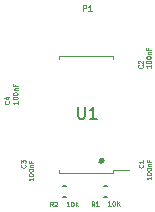
<source format=gbr>
%TF.GenerationSoftware,KiCad,Pcbnew,(5.1.8-0-10_14)*%
%TF.CreationDate,2021-08-04T22:04:29-04:00*%
%TF.ProjectId,MyTPM,4d795450-4d2e-46b6-9963-61645f706362,rev?*%
%TF.SameCoordinates,Original*%
%TF.FileFunction,Legend,Top*%
%TF.FilePolarity,Positive*%
%FSLAX46Y46*%
G04 Gerber Fmt 4.6, Leading zero omitted, Abs format (unit mm)*
G04 Created by KiCad (PCBNEW (5.1.8-0-10_14)) date 2021-08-04 22:04:29*
%MOMM*%
%LPD*%
G01*
G04 APERTURE LIST*
%ADD10C,0.120000*%
%ADD11C,0.500000*%
%ADD12C,0.127000*%
%ADD13C,0.098425*%
%ADD14C,0.125000*%
%ADD15C,0.150000*%
G04 APERTURE END LIST*
D10*
%TO.C,U1*%
X153000580Y-82165160D02*
X154290580Y-82165160D01*
X153000580Y-82440160D02*
X153000580Y-82165160D01*
X150690580Y-82440160D02*
X153000580Y-82440160D01*
X148380580Y-82440160D02*
X148380580Y-82165160D01*
X150690580Y-82440160D02*
X148380580Y-82440160D01*
X153000580Y-72520160D02*
X153000580Y-72795160D01*
X150690580Y-72520160D02*
X153000580Y-72520160D01*
X148380580Y-72520160D02*
X148380580Y-72795160D01*
X150690580Y-72520160D02*
X148380580Y-72520160D01*
D11*
X152017149Y-81400160D02*
G75*
G03*
X152017149Y-81400160I-56569J0D01*
G01*
D12*
%TO.C,R2*%
X148746700Y-84496060D02*
X148966700Y-84496060D01*
X148746700Y-83596060D02*
X148966700Y-83596060D01*
%TO.C,R1*%
X152431260Y-83596060D02*
X152211260Y-83596060D01*
X152431260Y-84496060D02*
X152211260Y-84496060D01*
%TO.C,C4*%
D13*
X144130667Y-76377376D02*
X144149415Y-76396124D01*
X144168162Y-76452367D01*
X144168162Y-76489862D01*
X144149415Y-76546105D01*
X144111919Y-76583601D01*
X144074424Y-76602348D01*
X143999433Y-76621096D01*
X143943190Y-76621096D01*
X143868200Y-76602348D01*
X143830704Y-76583601D01*
X143793209Y-76546105D01*
X143774461Y-76489862D01*
X143774461Y-76452367D01*
X143793209Y-76396124D01*
X143811957Y-76377376D01*
X143905695Y-76039918D02*
X144168162Y-76039918D01*
X143755714Y-76133657D02*
X144036929Y-76227395D01*
X144036929Y-75983675D01*
X144879362Y-76380039D02*
X144879362Y-76605011D01*
X144879362Y-76492525D02*
X144485661Y-76492525D01*
X144541904Y-76530020D01*
X144579400Y-76567515D01*
X144598147Y-76605011D01*
X144485661Y-76136319D02*
X144485661Y-76098824D01*
X144504409Y-76061328D01*
X144523157Y-76042581D01*
X144560652Y-76023833D01*
X144635643Y-76005085D01*
X144729381Y-76005085D01*
X144804372Y-76023833D01*
X144841867Y-76042581D01*
X144860615Y-76061328D01*
X144879362Y-76098824D01*
X144879362Y-76136319D01*
X144860615Y-76173814D01*
X144841867Y-76192562D01*
X144804372Y-76211310D01*
X144729381Y-76230057D01*
X144635643Y-76230057D01*
X144560652Y-76211310D01*
X144523157Y-76192562D01*
X144504409Y-76173814D01*
X144485661Y-76136319D01*
X144485661Y-75761366D02*
X144485661Y-75723870D01*
X144504409Y-75686375D01*
X144523157Y-75667627D01*
X144560652Y-75648880D01*
X144635643Y-75630132D01*
X144729381Y-75630132D01*
X144804372Y-75648880D01*
X144841867Y-75667627D01*
X144860615Y-75686375D01*
X144879362Y-75723870D01*
X144879362Y-75761366D01*
X144860615Y-75798861D01*
X144841867Y-75817609D01*
X144804372Y-75836356D01*
X144729381Y-75855104D01*
X144635643Y-75855104D01*
X144560652Y-75836356D01*
X144523157Y-75817609D01*
X144504409Y-75798861D01*
X144485661Y-75761366D01*
X144616895Y-75461403D02*
X144879362Y-75461403D01*
X144654390Y-75461403D02*
X144635643Y-75442655D01*
X144616895Y-75405160D01*
X144616895Y-75348917D01*
X144635643Y-75311422D01*
X144673138Y-75292674D01*
X144879362Y-75292674D01*
X144673138Y-74973964D02*
X144673138Y-75105197D01*
X144879362Y-75105197D02*
X144485661Y-75105197D01*
X144485661Y-74917721D01*
%TO.C,P1*%
D14*
X150395192Y-68740150D02*
X150395192Y-68240150D01*
X150585668Y-68240150D01*
X150633287Y-68263960D01*
X150657097Y-68287769D01*
X150680906Y-68335388D01*
X150680906Y-68406817D01*
X150657097Y-68454436D01*
X150633287Y-68478245D01*
X150585668Y-68502055D01*
X150395192Y-68502055D01*
X151157097Y-68740150D02*
X150871382Y-68740150D01*
X151014240Y-68740150D02*
X151014240Y-68240150D01*
X150966620Y-68311579D01*
X150919001Y-68359198D01*
X150871382Y-68383007D01*
%TO.C,U1*%
D15*
X150012495Y-76851260D02*
X150012495Y-77660784D01*
X150060114Y-77756022D01*
X150107733Y-77803641D01*
X150202971Y-77851260D01*
X150393447Y-77851260D01*
X150488685Y-77803641D01*
X150536304Y-77756022D01*
X150583923Y-77660784D01*
X150583923Y-76851260D01*
X151583923Y-77851260D02*
X151012495Y-77851260D01*
X151298209Y-77851260D02*
X151298209Y-76851260D01*
X151202971Y-76994118D01*
X151107733Y-77089356D01*
X151012495Y-77136975D01*
%TO.C,R2*%
D13*
X147856363Y-85263022D02*
X147725129Y-85075546D01*
X147631391Y-85263022D02*
X147631391Y-84869321D01*
X147781372Y-84869321D01*
X147818867Y-84888069D01*
X147837615Y-84906817D01*
X147856363Y-84944312D01*
X147856363Y-85000555D01*
X147837615Y-85038050D01*
X147818867Y-85056798D01*
X147781372Y-85075546D01*
X147631391Y-85075546D01*
X148006344Y-84906817D02*
X148025092Y-84888069D01*
X148062587Y-84869321D01*
X148156325Y-84869321D01*
X148193821Y-84888069D01*
X148212568Y-84906817D01*
X148231316Y-84944312D01*
X148231316Y-84981807D01*
X148212568Y-85038050D01*
X147987596Y-85263022D01*
X148231316Y-85263022D01*
X149252878Y-85278262D02*
X149027906Y-85278262D01*
X149140392Y-85278262D02*
X149140392Y-84884561D01*
X149102897Y-84940804D01*
X149065402Y-84978300D01*
X149027906Y-84997047D01*
X149496598Y-84884561D02*
X149534093Y-84884561D01*
X149571589Y-84903309D01*
X149590336Y-84922057D01*
X149609084Y-84959552D01*
X149627832Y-85034543D01*
X149627832Y-85128281D01*
X149609084Y-85203272D01*
X149590336Y-85240767D01*
X149571589Y-85259515D01*
X149534093Y-85278262D01*
X149496598Y-85278262D01*
X149459103Y-85259515D01*
X149440355Y-85240767D01*
X149421607Y-85203272D01*
X149402860Y-85128281D01*
X149402860Y-85034543D01*
X149421607Y-84959552D01*
X149440355Y-84922057D01*
X149459103Y-84903309D01*
X149496598Y-84884561D01*
X149796561Y-85278262D02*
X149796561Y-84884561D01*
X150021533Y-85278262D02*
X149852804Y-85053290D01*
X150021533Y-84884561D02*
X149796561Y-85109533D01*
%TO.C,R1*%
X151369183Y-85245242D02*
X151237949Y-85057766D01*
X151144211Y-85245242D02*
X151144211Y-84851541D01*
X151294192Y-84851541D01*
X151331687Y-84870289D01*
X151350435Y-84889037D01*
X151369183Y-84926532D01*
X151369183Y-84982775D01*
X151350435Y-85020270D01*
X151331687Y-85039018D01*
X151294192Y-85057766D01*
X151144211Y-85057766D01*
X151744136Y-85245242D02*
X151519164Y-85245242D01*
X151631650Y-85245242D02*
X151631650Y-84851541D01*
X151594155Y-84907784D01*
X151556659Y-84945280D01*
X151519164Y-84964027D01*
X152750458Y-85227462D02*
X152525486Y-85227462D01*
X152637972Y-85227462D02*
X152637972Y-84833761D01*
X152600477Y-84890004D01*
X152562982Y-84927500D01*
X152525486Y-84946247D01*
X152994178Y-84833761D02*
X153031673Y-84833761D01*
X153069169Y-84852509D01*
X153087916Y-84871257D01*
X153106664Y-84908752D01*
X153125412Y-84983743D01*
X153125412Y-85077481D01*
X153106664Y-85152472D01*
X153087916Y-85189967D01*
X153069169Y-85208715D01*
X153031673Y-85227462D01*
X152994178Y-85227462D01*
X152956683Y-85208715D01*
X152937935Y-85189967D01*
X152919187Y-85152472D01*
X152900440Y-85077481D01*
X152900440Y-84983743D01*
X152919187Y-84908752D01*
X152937935Y-84871257D01*
X152956683Y-84852509D01*
X152994178Y-84833761D01*
X153294141Y-85227462D02*
X153294141Y-84833761D01*
X153519113Y-85227462D02*
X153350384Y-85002490D01*
X153519113Y-84833761D02*
X153294141Y-85058733D01*
%TO.C,C3*%
X145525127Y-81746936D02*
X145543875Y-81765684D01*
X145562622Y-81821927D01*
X145562622Y-81859422D01*
X145543875Y-81915665D01*
X145506379Y-81953161D01*
X145468884Y-81971908D01*
X145393893Y-81990656D01*
X145337650Y-81990656D01*
X145262660Y-81971908D01*
X145225164Y-81953161D01*
X145187669Y-81915665D01*
X145168921Y-81859422D01*
X145168921Y-81821927D01*
X145187669Y-81765684D01*
X145206417Y-81746936D01*
X145168921Y-81615703D02*
X145168921Y-81371983D01*
X145318903Y-81503217D01*
X145318903Y-81446974D01*
X145337650Y-81409478D01*
X145356398Y-81390731D01*
X145393893Y-81371983D01*
X145487632Y-81371983D01*
X145525127Y-81390731D01*
X145543875Y-81409478D01*
X145562622Y-81446974D01*
X145562622Y-81559460D01*
X145543875Y-81596955D01*
X145525127Y-81615703D01*
X146200162Y-82859579D02*
X146200162Y-83084551D01*
X146200162Y-82972065D02*
X145806461Y-82972065D01*
X145862704Y-83009560D01*
X145900200Y-83047055D01*
X145918947Y-83084551D01*
X145806461Y-82615859D02*
X145806461Y-82578364D01*
X145825209Y-82540868D01*
X145843957Y-82522121D01*
X145881452Y-82503373D01*
X145956443Y-82484625D01*
X146050181Y-82484625D01*
X146125172Y-82503373D01*
X146162667Y-82522121D01*
X146181415Y-82540868D01*
X146200162Y-82578364D01*
X146200162Y-82615859D01*
X146181415Y-82653354D01*
X146162667Y-82672102D01*
X146125172Y-82690850D01*
X146050181Y-82709597D01*
X145956443Y-82709597D01*
X145881452Y-82690850D01*
X145843957Y-82672102D01*
X145825209Y-82653354D01*
X145806461Y-82615859D01*
X145806461Y-82240906D02*
X145806461Y-82203410D01*
X145825209Y-82165915D01*
X145843957Y-82147167D01*
X145881452Y-82128420D01*
X145956443Y-82109672D01*
X146050181Y-82109672D01*
X146125172Y-82128420D01*
X146162667Y-82147167D01*
X146181415Y-82165915D01*
X146200162Y-82203410D01*
X146200162Y-82240906D01*
X146181415Y-82278401D01*
X146162667Y-82297149D01*
X146125172Y-82315896D01*
X146050181Y-82334644D01*
X145956443Y-82334644D01*
X145881452Y-82315896D01*
X145843957Y-82297149D01*
X145825209Y-82278401D01*
X145806461Y-82240906D01*
X145937695Y-81940943D02*
X146200162Y-81940943D01*
X145975190Y-81940943D02*
X145956443Y-81922195D01*
X145937695Y-81884700D01*
X145937695Y-81828457D01*
X145956443Y-81790962D01*
X145993938Y-81772214D01*
X146200162Y-81772214D01*
X145993938Y-81453504D02*
X145993938Y-81584737D01*
X146200162Y-81584737D02*
X145806461Y-81584737D01*
X145806461Y-81397261D01*
%TO.C,C2*%
X155448907Y-73324296D02*
X155467655Y-73343044D01*
X155486402Y-73399287D01*
X155486402Y-73436782D01*
X155467655Y-73493025D01*
X155430159Y-73530521D01*
X155392664Y-73549268D01*
X155317673Y-73568016D01*
X155261430Y-73568016D01*
X155186440Y-73549268D01*
X155148944Y-73530521D01*
X155111449Y-73493025D01*
X155092701Y-73436782D01*
X155092701Y-73399287D01*
X155111449Y-73343044D01*
X155130197Y-73324296D01*
X155130197Y-73174315D02*
X155111449Y-73155567D01*
X155092701Y-73118072D01*
X155092701Y-73024334D01*
X155111449Y-72986838D01*
X155130197Y-72968091D01*
X155167692Y-72949343D01*
X155205187Y-72949343D01*
X155261430Y-72968091D01*
X155486402Y-73193063D01*
X155486402Y-72949343D01*
X156159502Y-73314259D02*
X156159502Y-73539231D01*
X156159502Y-73426745D02*
X155765801Y-73426745D01*
X155822044Y-73464240D01*
X155859540Y-73501735D01*
X155878287Y-73539231D01*
X155765801Y-73070539D02*
X155765801Y-73033044D01*
X155784549Y-72995548D01*
X155803297Y-72976801D01*
X155840792Y-72958053D01*
X155915783Y-72939305D01*
X156009521Y-72939305D01*
X156084512Y-72958053D01*
X156122007Y-72976801D01*
X156140755Y-72995548D01*
X156159502Y-73033044D01*
X156159502Y-73070539D01*
X156140755Y-73108034D01*
X156122007Y-73126782D01*
X156084512Y-73145530D01*
X156009521Y-73164277D01*
X155915783Y-73164277D01*
X155840792Y-73145530D01*
X155803297Y-73126782D01*
X155784549Y-73108034D01*
X155765801Y-73070539D01*
X155765801Y-72695586D02*
X155765801Y-72658090D01*
X155784549Y-72620595D01*
X155803297Y-72601847D01*
X155840792Y-72583100D01*
X155915783Y-72564352D01*
X156009521Y-72564352D01*
X156084512Y-72583100D01*
X156122007Y-72601847D01*
X156140755Y-72620595D01*
X156159502Y-72658090D01*
X156159502Y-72695586D01*
X156140755Y-72733081D01*
X156122007Y-72751829D01*
X156084512Y-72770576D01*
X156009521Y-72789324D01*
X155915783Y-72789324D01*
X155840792Y-72770576D01*
X155803297Y-72751829D01*
X155784549Y-72733081D01*
X155765801Y-72695586D01*
X155897035Y-72395623D02*
X156159502Y-72395623D01*
X155934530Y-72395623D02*
X155915783Y-72376875D01*
X155897035Y-72339380D01*
X155897035Y-72283137D01*
X155915783Y-72245642D01*
X155953278Y-72226894D01*
X156159502Y-72226894D01*
X155953278Y-71908184D02*
X155953278Y-72039417D01*
X156159502Y-72039417D02*
X155765801Y-72039417D01*
X155765801Y-71851941D01*
%TO.C,C1*%
X155502247Y-81746936D02*
X155520995Y-81765684D01*
X155539742Y-81821927D01*
X155539742Y-81859422D01*
X155520995Y-81915665D01*
X155483499Y-81953161D01*
X155446004Y-81971908D01*
X155371013Y-81990656D01*
X155314770Y-81990656D01*
X155239780Y-81971908D01*
X155202284Y-81953161D01*
X155164789Y-81915665D01*
X155146041Y-81859422D01*
X155146041Y-81821927D01*
X155164789Y-81765684D01*
X155183537Y-81746936D01*
X155539742Y-81371983D02*
X155539742Y-81596955D01*
X155539742Y-81484469D02*
X155146041Y-81484469D01*
X155202284Y-81521964D01*
X155239780Y-81559460D01*
X155258527Y-81596955D01*
X156195062Y-82775759D02*
X156195062Y-83000731D01*
X156195062Y-82888245D02*
X155801361Y-82888245D01*
X155857604Y-82925740D01*
X155895100Y-82963235D01*
X155913847Y-83000731D01*
X155801361Y-82532039D02*
X155801361Y-82494544D01*
X155820109Y-82457048D01*
X155838857Y-82438301D01*
X155876352Y-82419553D01*
X155951343Y-82400805D01*
X156045081Y-82400805D01*
X156120072Y-82419553D01*
X156157567Y-82438301D01*
X156176315Y-82457048D01*
X156195062Y-82494544D01*
X156195062Y-82532039D01*
X156176315Y-82569534D01*
X156157567Y-82588282D01*
X156120072Y-82607030D01*
X156045081Y-82625777D01*
X155951343Y-82625777D01*
X155876352Y-82607030D01*
X155838857Y-82588282D01*
X155820109Y-82569534D01*
X155801361Y-82532039D01*
X155801361Y-82157086D02*
X155801361Y-82119590D01*
X155820109Y-82082095D01*
X155838857Y-82063347D01*
X155876352Y-82044600D01*
X155951343Y-82025852D01*
X156045081Y-82025852D01*
X156120072Y-82044600D01*
X156157567Y-82063347D01*
X156176315Y-82082095D01*
X156195062Y-82119590D01*
X156195062Y-82157086D01*
X156176315Y-82194581D01*
X156157567Y-82213329D01*
X156120072Y-82232076D01*
X156045081Y-82250824D01*
X155951343Y-82250824D01*
X155876352Y-82232076D01*
X155838857Y-82213329D01*
X155820109Y-82194581D01*
X155801361Y-82157086D01*
X155932595Y-81857123D02*
X156195062Y-81857123D01*
X155970090Y-81857123D02*
X155951343Y-81838375D01*
X155932595Y-81800880D01*
X155932595Y-81744637D01*
X155951343Y-81707142D01*
X155988838Y-81688394D01*
X156195062Y-81688394D01*
X155988838Y-81369684D02*
X155988838Y-81500917D01*
X156195062Y-81500917D02*
X155801361Y-81500917D01*
X155801361Y-81313441D01*
%TD*%
M02*

</source>
